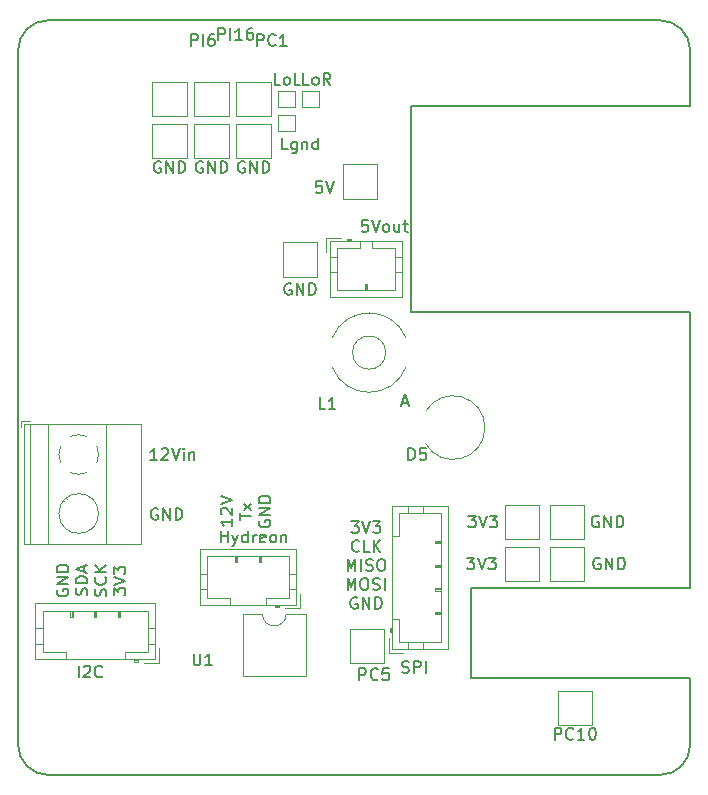
<source format=gbr>
G04 #@! TF.GenerationSoftware,KiCad,Pcbnew,6.0.5*
G04 #@! TF.CreationDate,2022-10-03T09:57:02+03:00*
G04 #@! TF.ProjectId,opi-hat,6f70692d-6861-4742-9e6b-696361645f70,rev?*
G04 #@! TF.SameCoordinates,Original*
G04 #@! TF.FileFunction,Legend,Top*
G04 #@! TF.FilePolarity,Positive*
%FSLAX46Y46*%
G04 Gerber Fmt 4.6, Leading zero omitted, Abs format (unit mm)*
G04 Created by KiCad (PCBNEW 6.0.5) date 2022-10-03 09:57:02*
%MOMM*%
%LPD*%
G01*
G04 APERTURE LIST*
%ADD10C,0.150000*%
%ADD11C,0.120000*%
G04 #@! TA.AperFunction,Profile*
%ADD12C,0.200000*%
G04 #@! TD*
G04 APERTURE END LIST*
D10*
X93599095Y-87638000D02*
X93503857Y-87590380D01*
X93361000Y-87590380D01*
X93218142Y-87638000D01*
X93122904Y-87733238D01*
X93075285Y-87828476D01*
X93027666Y-88018952D01*
X93027666Y-88161809D01*
X93075285Y-88352285D01*
X93122904Y-88447523D01*
X93218142Y-88542761D01*
X93361000Y-88590380D01*
X93456238Y-88590380D01*
X93599095Y-88542761D01*
X93646714Y-88495142D01*
X93646714Y-88161809D01*
X93456238Y-88161809D01*
X94075285Y-88590380D02*
X94075285Y-87590380D01*
X94646714Y-88590380D01*
X94646714Y-87590380D01*
X95122904Y-88590380D02*
X95122904Y-87590380D01*
X95361000Y-87590380D01*
X95503857Y-87638000D01*
X95599095Y-87733238D01*
X95646714Y-87828476D01*
X95694333Y-88018952D01*
X95694333Y-88161809D01*
X95646714Y-88352285D01*
X95599095Y-88447523D01*
X95503857Y-88542761D01*
X95361000Y-88590380D01*
X95122904Y-88590380D01*
X85096000Y-94487904D02*
X85048380Y-94583142D01*
X85048380Y-94726000D01*
X85096000Y-94868857D01*
X85191238Y-94964095D01*
X85286476Y-95011714D01*
X85476952Y-95059333D01*
X85619809Y-95059333D01*
X85810285Y-95011714D01*
X85905523Y-94964095D01*
X86000761Y-94868857D01*
X86048380Y-94726000D01*
X86048380Y-94630761D01*
X86000761Y-94487904D01*
X85953142Y-94440285D01*
X85619809Y-94440285D01*
X85619809Y-94630761D01*
X86048380Y-94011714D02*
X85048380Y-94011714D01*
X86048380Y-93440285D01*
X85048380Y-93440285D01*
X86048380Y-92964095D02*
X85048380Y-92964095D01*
X85048380Y-92726000D01*
X85096000Y-92583142D01*
X85191238Y-92487904D01*
X85286476Y-92440285D01*
X85476952Y-92392666D01*
X85619809Y-92392666D01*
X85810285Y-92440285D01*
X85905523Y-92487904D01*
X86000761Y-92583142D01*
X86048380Y-92726000D01*
X86048380Y-92964095D01*
X87610761Y-94940285D02*
X87658380Y-94797428D01*
X87658380Y-94559333D01*
X87610761Y-94464095D01*
X87563142Y-94416476D01*
X87467904Y-94368857D01*
X87372666Y-94368857D01*
X87277428Y-94416476D01*
X87229809Y-94464095D01*
X87182190Y-94559333D01*
X87134571Y-94749809D01*
X87086952Y-94845047D01*
X87039333Y-94892666D01*
X86944095Y-94940285D01*
X86848857Y-94940285D01*
X86753619Y-94892666D01*
X86706000Y-94845047D01*
X86658380Y-94749809D01*
X86658380Y-94511714D01*
X86706000Y-94368857D01*
X87658380Y-93940285D02*
X86658380Y-93940285D01*
X86658380Y-93702190D01*
X86706000Y-93559333D01*
X86801238Y-93464095D01*
X86896476Y-93416476D01*
X87086952Y-93368857D01*
X87229809Y-93368857D01*
X87420285Y-93416476D01*
X87515523Y-93464095D01*
X87610761Y-93559333D01*
X87658380Y-93702190D01*
X87658380Y-93940285D01*
X87372666Y-92987904D02*
X87372666Y-92511714D01*
X87658380Y-93083142D02*
X86658380Y-92749809D01*
X87658380Y-92416476D01*
X89220761Y-95011714D02*
X89268380Y-94868857D01*
X89268380Y-94630761D01*
X89220761Y-94535523D01*
X89173142Y-94487904D01*
X89077904Y-94440285D01*
X88982666Y-94440285D01*
X88887428Y-94487904D01*
X88839809Y-94535523D01*
X88792190Y-94630761D01*
X88744571Y-94821238D01*
X88696952Y-94916476D01*
X88649333Y-94964095D01*
X88554095Y-95011714D01*
X88458857Y-95011714D01*
X88363619Y-94964095D01*
X88316000Y-94916476D01*
X88268380Y-94821238D01*
X88268380Y-94583142D01*
X88316000Y-94440285D01*
X89173142Y-93440285D02*
X89220761Y-93487904D01*
X89268380Y-93630761D01*
X89268380Y-93726000D01*
X89220761Y-93868857D01*
X89125523Y-93964095D01*
X89030285Y-94011714D01*
X88839809Y-94059333D01*
X88696952Y-94059333D01*
X88506476Y-94011714D01*
X88411238Y-93964095D01*
X88316000Y-93868857D01*
X88268380Y-93726000D01*
X88268380Y-93630761D01*
X88316000Y-93487904D01*
X88363619Y-93440285D01*
X89268380Y-93011714D02*
X88268380Y-93011714D01*
X89268380Y-92440285D02*
X88696952Y-92868857D01*
X88268380Y-92440285D02*
X88839809Y-93011714D01*
X89878380Y-94964095D02*
X89878380Y-94345047D01*
X90259333Y-94678380D01*
X90259333Y-94535523D01*
X90306952Y-94440285D01*
X90354571Y-94392666D01*
X90449809Y-94345047D01*
X90687904Y-94345047D01*
X90783142Y-94392666D01*
X90830761Y-94440285D01*
X90878380Y-94535523D01*
X90878380Y-94821238D01*
X90830761Y-94916476D01*
X90783142Y-94964095D01*
X89878380Y-94059333D02*
X90878380Y-93726000D01*
X89878380Y-93392666D01*
X89878380Y-93154571D02*
X89878380Y-92535523D01*
X90259333Y-92868857D01*
X90259333Y-92726000D01*
X90306952Y-92630761D01*
X90354571Y-92583142D01*
X90449809Y-92535523D01*
X90687904Y-92535523D01*
X90783142Y-92583142D01*
X90830761Y-92630761D01*
X90878380Y-92726000D01*
X90878380Y-93011714D01*
X90830761Y-93106952D01*
X90783142Y-93154571D01*
X99934380Y-88503047D02*
X99934380Y-89074476D01*
X99934380Y-88788761D02*
X98934380Y-88788761D01*
X99077238Y-88884000D01*
X99172476Y-88979238D01*
X99220095Y-89074476D01*
X99029619Y-88122095D02*
X98982000Y-88074476D01*
X98934380Y-87979238D01*
X98934380Y-87741142D01*
X98982000Y-87645904D01*
X99029619Y-87598285D01*
X99124857Y-87550666D01*
X99220095Y-87550666D01*
X99362952Y-87598285D01*
X99934380Y-88169714D01*
X99934380Y-87550666D01*
X98934380Y-87264952D02*
X99934380Y-86931619D01*
X98934380Y-86598285D01*
X100544380Y-88574476D02*
X100544380Y-88003047D01*
X101544380Y-88288761D02*
X100544380Y-88288761D01*
X101544380Y-87764952D02*
X100877714Y-87241142D01*
X100877714Y-87764952D02*
X101544380Y-87241142D01*
X102202000Y-88645904D02*
X102154380Y-88741142D01*
X102154380Y-88884000D01*
X102202000Y-89026857D01*
X102297238Y-89122095D01*
X102392476Y-89169714D01*
X102582952Y-89217333D01*
X102725809Y-89217333D01*
X102916285Y-89169714D01*
X103011523Y-89122095D01*
X103106761Y-89026857D01*
X103154380Y-88884000D01*
X103154380Y-88788761D01*
X103106761Y-88645904D01*
X103059142Y-88598285D01*
X102725809Y-88598285D01*
X102725809Y-88788761D01*
X103154380Y-88169714D02*
X102154380Y-88169714D01*
X103154380Y-87598285D01*
X102154380Y-87598285D01*
X103154380Y-87122095D02*
X102154380Y-87122095D01*
X102154380Y-86884000D01*
X102202000Y-86741142D01*
X102297238Y-86645904D01*
X102392476Y-86598285D01*
X102582952Y-86550666D01*
X102725809Y-86550666D01*
X102916285Y-86598285D01*
X103011523Y-86645904D01*
X103106761Y-86741142D01*
X103154380Y-86884000D01*
X103154380Y-87122095D01*
X110013904Y-88688380D02*
X110632952Y-88688380D01*
X110299619Y-89069333D01*
X110442476Y-89069333D01*
X110537714Y-89116952D01*
X110585333Y-89164571D01*
X110632952Y-89259809D01*
X110632952Y-89497904D01*
X110585333Y-89593142D01*
X110537714Y-89640761D01*
X110442476Y-89688380D01*
X110156761Y-89688380D01*
X110061523Y-89640761D01*
X110013904Y-89593142D01*
X110918666Y-88688380D02*
X111252000Y-89688380D01*
X111585333Y-88688380D01*
X111823428Y-88688380D02*
X112442476Y-88688380D01*
X112109142Y-89069333D01*
X112252000Y-89069333D01*
X112347238Y-89116952D01*
X112394857Y-89164571D01*
X112442476Y-89259809D01*
X112442476Y-89497904D01*
X112394857Y-89593142D01*
X112347238Y-89640761D01*
X112252000Y-89688380D01*
X111966285Y-89688380D01*
X111871047Y-89640761D01*
X111823428Y-89593142D01*
X110656761Y-91203142D02*
X110609142Y-91250761D01*
X110466285Y-91298380D01*
X110371047Y-91298380D01*
X110228190Y-91250761D01*
X110132952Y-91155523D01*
X110085333Y-91060285D01*
X110037714Y-90869809D01*
X110037714Y-90726952D01*
X110085333Y-90536476D01*
X110132952Y-90441238D01*
X110228190Y-90346000D01*
X110371047Y-90298380D01*
X110466285Y-90298380D01*
X110609142Y-90346000D01*
X110656761Y-90393619D01*
X111561523Y-91298380D02*
X111085333Y-91298380D01*
X111085333Y-90298380D01*
X111894857Y-91298380D02*
X111894857Y-90298380D01*
X112466285Y-91298380D02*
X112037714Y-90726952D01*
X112466285Y-90298380D02*
X111894857Y-90869809D01*
X109680571Y-92908380D02*
X109680571Y-91908380D01*
X110013904Y-92622666D01*
X110347238Y-91908380D01*
X110347238Y-92908380D01*
X110823428Y-92908380D02*
X110823428Y-91908380D01*
X111252000Y-92860761D02*
X111394857Y-92908380D01*
X111632952Y-92908380D01*
X111728190Y-92860761D01*
X111775809Y-92813142D01*
X111823428Y-92717904D01*
X111823428Y-92622666D01*
X111775809Y-92527428D01*
X111728190Y-92479809D01*
X111632952Y-92432190D01*
X111442476Y-92384571D01*
X111347238Y-92336952D01*
X111299619Y-92289333D01*
X111252000Y-92194095D01*
X111252000Y-92098857D01*
X111299619Y-92003619D01*
X111347238Y-91956000D01*
X111442476Y-91908380D01*
X111680571Y-91908380D01*
X111823428Y-91956000D01*
X112442476Y-91908380D02*
X112632952Y-91908380D01*
X112728190Y-91956000D01*
X112823428Y-92051238D01*
X112871047Y-92241714D01*
X112871047Y-92575047D01*
X112823428Y-92765523D01*
X112728190Y-92860761D01*
X112632952Y-92908380D01*
X112442476Y-92908380D01*
X112347238Y-92860761D01*
X112252000Y-92765523D01*
X112204380Y-92575047D01*
X112204380Y-92241714D01*
X112252000Y-92051238D01*
X112347238Y-91956000D01*
X112442476Y-91908380D01*
X109680571Y-94518380D02*
X109680571Y-93518380D01*
X110013904Y-94232666D01*
X110347238Y-93518380D01*
X110347238Y-94518380D01*
X111013904Y-93518380D02*
X111204380Y-93518380D01*
X111299619Y-93566000D01*
X111394857Y-93661238D01*
X111442476Y-93851714D01*
X111442476Y-94185047D01*
X111394857Y-94375523D01*
X111299619Y-94470761D01*
X111204380Y-94518380D01*
X111013904Y-94518380D01*
X110918666Y-94470761D01*
X110823428Y-94375523D01*
X110775809Y-94185047D01*
X110775809Y-93851714D01*
X110823428Y-93661238D01*
X110918666Y-93566000D01*
X111013904Y-93518380D01*
X111823428Y-94470761D02*
X111966285Y-94518380D01*
X112204380Y-94518380D01*
X112299619Y-94470761D01*
X112347238Y-94423142D01*
X112394857Y-94327904D01*
X112394857Y-94232666D01*
X112347238Y-94137428D01*
X112299619Y-94089809D01*
X112204380Y-94042190D01*
X112013904Y-93994571D01*
X111918666Y-93946952D01*
X111871047Y-93899333D01*
X111823428Y-93804095D01*
X111823428Y-93708857D01*
X111871047Y-93613619D01*
X111918666Y-93566000D01*
X112013904Y-93518380D01*
X112252000Y-93518380D01*
X112394857Y-93566000D01*
X112823428Y-94518380D02*
X112823428Y-93518380D01*
X110490095Y-95176000D02*
X110394857Y-95128380D01*
X110252000Y-95128380D01*
X110109142Y-95176000D01*
X110013904Y-95271238D01*
X109966285Y-95366476D01*
X109918666Y-95556952D01*
X109918666Y-95699809D01*
X109966285Y-95890285D01*
X110013904Y-95985523D01*
X110109142Y-96080761D01*
X110252000Y-96128380D01*
X110347238Y-96128380D01*
X110490095Y-96080761D01*
X110537714Y-96033142D01*
X110537714Y-95699809D01*
X110347238Y-95699809D01*
X110966285Y-96128380D02*
X110966285Y-95128380D01*
X111537714Y-96128380D01*
X111537714Y-95128380D01*
X112013904Y-96128380D02*
X112013904Y-95128380D01*
X112252000Y-95128380D01*
X112394857Y-95176000D01*
X112490095Y-95271238D01*
X112537714Y-95366476D01*
X112585333Y-95556952D01*
X112585333Y-95699809D01*
X112537714Y-95890285D01*
X112490095Y-95985523D01*
X112394857Y-96080761D01*
X112252000Y-96128380D01*
X112013904Y-96128380D01*
X100965095Y-58265000D02*
X100869857Y-58217380D01*
X100727000Y-58217380D01*
X100584142Y-58265000D01*
X100488904Y-58360238D01*
X100441285Y-58455476D01*
X100393666Y-58645952D01*
X100393666Y-58788809D01*
X100441285Y-58979285D01*
X100488904Y-59074523D01*
X100584142Y-59169761D01*
X100727000Y-59217380D01*
X100822238Y-59217380D01*
X100965095Y-59169761D01*
X101012714Y-59122142D01*
X101012714Y-58788809D01*
X100822238Y-58788809D01*
X101441285Y-59217380D02*
X101441285Y-58217380D01*
X102012714Y-59217380D01*
X102012714Y-58217380D01*
X102488904Y-59217380D02*
X102488904Y-58217380D01*
X102727000Y-58217380D01*
X102869857Y-58265000D01*
X102965095Y-58360238D01*
X103012714Y-58455476D01*
X103060333Y-58645952D01*
X103060333Y-58788809D01*
X103012714Y-58979285D01*
X102965095Y-59074523D01*
X102869857Y-59169761D01*
X102727000Y-59217380D01*
X102488904Y-59217380D01*
X119919904Y-88225380D02*
X120538952Y-88225380D01*
X120205619Y-88606333D01*
X120348476Y-88606333D01*
X120443714Y-88653952D01*
X120491333Y-88701571D01*
X120538952Y-88796809D01*
X120538952Y-89034904D01*
X120491333Y-89130142D01*
X120443714Y-89177761D01*
X120348476Y-89225380D01*
X120062761Y-89225380D01*
X119967523Y-89177761D01*
X119919904Y-89130142D01*
X120824666Y-88225380D02*
X121158000Y-89225380D01*
X121491333Y-88225380D01*
X121729428Y-88225380D02*
X122348476Y-88225380D01*
X122015142Y-88606333D01*
X122158000Y-88606333D01*
X122253238Y-88653952D01*
X122300857Y-88701571D01*
X122348476Y-88796809D01*
X122348476Y-89034904D01*
X122300857Y-89130142D01*
X122253238Y-89177761D01*
X122158000Y-89225380D01*
X121872285Y-89225380D01*
X121777047Y-89177761D01*
X121729428Y-89130142D01*
X97409095Y-58265000D02*
X97313857Y-58217380D01*
X97171000Y-58217380D01*
X97028142Y-58265000D01*
X96932904Y-58360238D01*
X96885285Y-58455476D01*
X96837666Y-58645952D01*
X96837666Y-58788809D01*
X96885285Y-58979285D01*
X96932904Y-59074523D01*
X97028142Y-59169761D01*
X97171000Y-59217380D01*
X97266238Y-59217380D01*
X97409095Y-59169761D01*
X97456714Y-59122142D01*
X97456714Y-58788809D01*
X97266238Y-58788809D01*
X97885285Y-59217380D02*
X97885285Y-58217380D01*
X98456714Y-59217380D01*
X98456714Y-58217380D01*
X98932904Y-59217380D02*
X98932904Y-58217380D01*
X99171000Y-58217380D01*
X99313857Y-58265000D01*
X99409095Y-58360238D01*
X99456714Y-58455476D01*
X99504333Y-58645952D01*
X99504333Y-58788809D01*
X99456714Y-58979285D01*
X99409095Y-59074523D01*
X99313857Y-59169761D01*
X99171000Y-59217380D01*
X98932904Y-59217380D01*
X93853095Y-58265000D02*
X93757857Y-58217380D01*
X93615000Y-58217380D01*
X93472142Y-58265000D01*
X93376904Y-58360238D01*
X93329285Y-58455476D01*
X93281666Y-58645952D01*
X93281666Y-58788809D01*
X93329285Y-58979285D01*
X93376904Y-59074523D01*
X93472142Y-59169761D01*
X93615000Y-59217380D01*
X93710238Y-59217380D01*
X93853095Y-59169761D01*
X93900714Y-59122142D01*
X93900714Y-58788809D01*
X93710238Y-58788809D01*
X94329285Y-59217380D02*
X94329285Y-58217380D01*
X94900714Y-59217380D01*
X94900714Y-58217380D01*
X95376904Y-59217380D02*
X95376904Y-58217380D01*
X95615000Y-58217380D01*
X95757857Y-58265000D01*
X95853095Y-58360238D01*
X95900714Y-58455476D01*
X95948333Y-58645952D01*
X95948333Y-58788809D01*
X95900714Y-58979285D01*
X95853095Y-59074523D01*
X95757857Y-59169761D01*
X95615000Y-59217380D01*
X95376904Y-59217380D01*
X130937095Y-88273000D02*
X130841857Y-88225380D01*
X130699000Y-88225380D01*
X130556142Y-88273000D01*
X130460904Y-88368238D01*
X130413285Y-88463476D01*
X130365666Y-88653952D01*
X130365666Y-88796809D01*
X130413285Y-88987285D01*
X130460904Y-89082523D01*
X130556142Y-89177761D01*
X130699000Y-89225380D01*
X130794238Y-89225380D01*
X130937095Y-89177761D01*
X130984714Y-89130142D01*
X130984714Y-88796809D01*
X130794238Y-88796809D01*
X131413285Y-89225380D02*
X131413285Y-88225380D01*
X131984714Y-89225380D01*
X131984714Y-88225380D01*
X132460904Y-89225380D02*
X132460904Y-88225380D01*
X132699000Y-88225380D01*
X132841857Y-88273000D01*
X132937095Y-88368238D01*
X132984714Y-88463476D01*
X133032333Y-88653952D01*
X133032333Y-88796809D01*
X132984714Y-88987285D01*
X132937095Y-89082523D01*
X132841857Y-89177761D01*
X132699000Y-89225380D01*
X132460904Y-89225380D01*
X104616380Y-57221380D02*
X104140190Y-57221380D01*
X104140190Y-56221380D01*
X105378285Y-56554714D02*
X105378285Y-57364238D01*
X105330666Y-57459476D01*
X105283047Y-57507095D01*
X105187809Y-57554714D01*
X105044952Y-57554714D01*
X104949714Y-57507095D01*
X105378285Y-57173761D02*
X105283047Y-57221380D01*
X105092571Y-57221380D01*
X104997333Y-57173761D01*
X104949714Y-57126142D01*
X104902095Y-57030904D01*
X104902095Y-56745190D01*
X104949714Y-56649952D01*
X104997333Y-56602333D01*
X105092571Y-56554714D01*
X105283047Y-56554714D01*
X105378285Y-56602333D01*
X105854476Y-56554714D02*
X105854476Y-57221380D01*
X105854476Y-56649952D02*
X105902095Y-56602333D01*
X105997333Y-56554714D01*
X106140190Y-56554714D01*
X106235428Y-56602333D01*
X106283047Y-56697571D01*
X106283047Y-57221380D01*
X107187809Y-57221380D02*
X107187809Y-56221380D01*
X107187809Y-57173761D02*
X107092571Y-57221380D01*
X106902095Y-57221380D01*
X106806857Y-57173761D01*
X106759238Y-57126142D01*
X106711619Y-57030904D01*
X106711619Y-56745190D01*
X106759238Y-56649952D01*
X106806857Y-56602333D01*
X106902095Y-56554714D01*
X107092571Y-56554714D01*
X107187809Y-56602333D01*
X106418142Y-51760380D02*
X105941952Y-51760380D01*
X105941952Y-50760380D01*
X106894333Y-51760380D02*
X106799095Y-51712761D01*
X106751476Y-51665142D01*
X106703857Y-51569904D01*
X106703857Y-51284190D01*
X106751476Y-51188952D01*
X106799095Y-51141333D01*
X106894333Y-51093714D01*
X107037190Y-51093714D01*
X107132428Y-51141333D01*
X107180047Y-51188952D01*
X107227666Y-51284190D01*
X107227666Y-51569904D01*
X107180047Y-51665142D01*
X107132428Y-51712761D01*
X107037190Y-51760380D01*
X106894333Y-51760380D01*
X108227666Y-51760380D02*
X107894333Y-51284190D01*
X107656238Y-51760380D02*
X107656238Y-50760380D01*
X108037190Y-50760380D01*
X108132428Y-50808000D01*
X108180047Y-50855619D01*
X108227666Y-50950857D01*
X108227666Y-51093714D01*
X108180047Y-51188952D01*
X108132428Y-51236571D01*
X108037190Y-51284190D01*
X107656238Y-51284190D01*
X103973380Y-51760380D02*
X103497190Y-51760380D01*
X103497190Y-50760380D01*
X104449571Y-51760380D02*
X104354333Y-51712761D01*
X104306714Y-51665142D01*
X104259095Y-51569904D01*
X104259095Y-51284190D01*
X104306714Y-51188952D01*
X104354333Y-51141333D01*
X104449571Y-51093714D01*
X104592428Y-51093714D01*
X104687666Y-51141333D01*
X104735285Y-51188952D01*
X104782904Y-51284190D01*
X104782904Y-51569904D01*
X104735285Y-51665142D01*
X104687666Y-51712761D01*
X104592428Y-51760380D01*
X104449571Y-51760380D01*
X105687666Y-51760380D02*
X105211476Y-51760380D01*
X105211476Y-50760380D01*
X98750619Y-47950380D02*
X98750619Y-46950380D01*
X99131571Y-46950380D01*
X99226809Y-46998000D01*
X99274428Y-47045619D01*
X99322047Y-47140857D01*
X99322047Y-47283714D01*
X99274428Y-47378952D01*
X99226809Y-47426571D01*
X99131571Y-47474190D01*
X98750619Y-47474190D01*
X99750619Y-47950380D02*
X99750619Y-46950380D01*
X100750619Y-47950380D02*
X100179190Y-47950380D01*
X100464904Y-47950380D02*
X100464904Y-46950380D01*
X100369666Y-47093238D01*
X100274428Y-47188476D01*
X100179190Y-47236095D01*
X101607761Y-46950380D02*
X101417285Y-46950380D01*
X101322047Y-46998000D01*
X101274428Y-47045619D01*
X101179190Y-47188476D01*
X101131571Y-47378952D01*
X101131571Y-47759904D01*
X101179190Y-47855142D01*
X101226809Y-47902761D01*
X101322047Y-47950380D01*
X101512523Y-47950380D01*
X101607761Y-47902761D01*
X101655380Y-47855142D01*
X101703000Y-47759904D01*
X101703000Y-47521809D01*
X101655380Y-47426571D01*
X101607761Y-47378952D01*
X101512523Y-47331333D01*
X101322047Y-47331333D01*
X101226809Y-47378952D01*
X101179190Y-47426571D01*
X101131571Y-47521809D01*
X96432809Y-48458380D02*
X96432809Y-47458380D01*
X96813761Y-47458380D01*
X96909000Y-47506000D01*
X96956619Y-47553619D01*
X97004238Y-47648857D01*
X97004238Y-47791714D01*
X96956619Y-47886952D01*
X96909000Y-47934571D01*
X96813761Y-47982190D01*
X96432809Y-47982190D01*
X97432809Y-48458380D02*
X97432809Y-47458380D01*
X98337571Y-47458380D02*
X98147095Y-47458380D01*
X98051857Y-47506000D01*
X98004238Y-47553619D01*
X97909000Y-47696476D01*
X97861380Y-47886952D01*
X97861380Y-48267904D01*
X97909000Y-48363142D01*
X97956619Y-48410761D01*
X98051857Y-48458380D01*
X98242333Y-48458380D01*
X98337571Y-48410761D01*
X98385190Y-48363142D01*
X98432809Y-48267904D01*
X98432809Y-48029809D01*
X98385190Y-47934571D01*
X98337571Y-47886952D01*
X98242333Y-47839333D01*
X98051857Y-47839333D01*
X97956619Y-47886952D01*
X97909000Y-47934571D01*
X97861380Y-48029809D01*
X102012904Y-48458380D02*
X102012904Y-47458380D01*
X102393857Y-47458380D01*
X102489095Y-47506000D01*
X102536714Y-47553619D01*
X102584333Y-47648857D01*
X102584333Y-47791714D01*
X102536714Y-47886952D01*
X102489095Y-47934571D01*
X102393857Y-47982190D01*
X102012904Y-47982190D01*
X103584333Y-48363142D02*
X103536714Y-48410761D01*
X103393857Y-48458380D01*
X103298619Y-48458380D01*
X103155761Y-48410761D01*
X103060523Y-48315523D01*
X103012904Y-48220285D01*
X102965285Y-48029809D01*
X102965285Y-47886952D01*
X103012904Y-47696476D01*
X103060523Y-47601238D01*
X103155761Y-47506000D01*
X103298619Y-47458380D01*
X103393857Y-47458380D01*
X103536714Y-47506000D01*
X103584333Y-47553619D01*
X104536714Y-48458380D02*
X103965285Y-48458380D01*
X104251000Y-48458380D02*
X104251000Y-47458380D01*
X104155761Y-47601238D01*
X104060523Y-47696476D01*
X103965285Y-47744095D01*
X127216114Y-107197980D02*
X127216114Y-106197980D01*
X127597066Y-106197980D01*
X127692304Y-106245600D01*
X127739923Y-106293219D01*
X127787542Y-106388457D01*
X127787542Y-106531314D01*
X127739923Y-106626552D01*
X127692304Y-106674171D01*
X127597066Y-106721790D01*
X127216114Y-106721790D01*
X128787542Y-107102742D02*
X128739923Y-107150361D01*
X128597066Y-107197980D01*
X128501828Y-107197980D01*
X128358971Y-107150361D01*
X128263733Y-107055123D01*
X128216114Y-106959885D01*
X128168495Y-106769409D01*
X128168495Y-106626552D01*
X128216114Y-106436076D01*
X128263733Y-106340838D01*
X128358971Y-106245600D01*
X128501828Y-106197980D01*
X128597066Y-106197980D01*
X128739923Y-106245600D01*
X128787542Y-106293219D01*
X129739923Y-107197980D02*
X129168495Y-107197980D01*
X129454209Y-107197980D02*
X129454209Y-106197980D01*
X129358971Y-106340838D01*
X129263733Y-106436076D01*
X129168495Y-106483695D01*
X130358971Y-106197980D02*
X130454209Y-106197980D01*
X130549447Y-106245600D01*
X130597066Y-106293219D01*
X130644685Y-106388457D01*
X130692304Y-106578933D01*
X130692304Y-106817028D01*
X130644685Y-107007504D01*
X130597066Y-107102742D01*
X130549447Y-107150361D01*
X130454209Y-107197980D01*
X130358971Y-107197980D01*
X130263733Y-107150361D01*
X130216114Y-107102742D01*
X130168495Y-107007504D01*
X130120876Y-106817028D01*
X130120876Y-106578933D01*
X130168495Y-106388457D01*
X130216114Y-106293219D01*
X130263733Y-106245600D01*
X130358971Y-106197980D01*
X119792904Y-91781380D02*
X120411952Y-91781380D01*
X120078619Y-92162333D01*
X120221476Y-92162333D01*
X120316714Y-92209952D01*
X120364333Y-92257571D01*
X120411952Y-92352809D01*
X120411952Y-92590904D01*
X120364333Y-92686142D01*
X120316714Y-92733761D01*
X120221476Y-92781380D01*
X119935761Y-92781380D01*
X119840523Y-92733761D01*
X119792904Y-92686142D01*
X120697666Y-91781380D02*
X121031000Y-92781380D01*
X121364333Y-91781380D01*
X121602428Y-91781380D02*
X122221476Y-91781380D01*
X121888142Y-92162333D01*
X122031000Y-92162333D01*
X122126238Y-92209952D01*
X122173857Y-92257571D01*
X122221476Y-92352809D01*
X122221476Y-92590904D01*
X122173857Y-92686142D01*
X122126238Y-92733761D01*
X122031000Y-92781380D01*
X121745285Y-92781380D01*
X121650047Y-92733761D01*
X121602428Y-92686142D01*
X107505523Y-59904380D02*
X107029333Y-59904380D01*
X106981714Y-60380571D01*
X107029333Y-60332952D01*
X107124571Y-60285333D01*
X107362666Y-60285333D01*
X107457904Y-60332952D01*
X107505523Y-60380571D01*
X107553142Y-60475809D01*
X107553142Y-60713904D01*
X107505523Y-60809142D01*
X107457904Y-60856761D01*
X107362666Y-60904380D01*
X107124571Y-60904380D01*
X107029333Y-60856761D01*
X106981714Y-60809142D01*
X107838857Y-59904380D02*
X108172190Y-60904380D01*
X108505523Y-59904380D01*
X131064095Y-91829000D02*
X130968857Y-91781380D01*
X130826000Y-91781380D01*
X130683142Y-91829000D01*
X130587904Y-91924238D01*
X130540285Y-92019476D01*
X130492666Y-92209952D01*
X130492666Y-92352809D01*
X130540285Y-92543285D01*
X130587904Y-92638523D01*
X130683142Y-92733761D01*
X130826000Y-92781380D01*
X130921238Y-92781380D01*
X131064095Y-92733761D01*
X131111714Y-92686142D01*
X131111714Y-92352809D01*
X130921238Y-92352809D01*
X131540285Y-92781380D02*
X131540285Y-91781380D01*
X132111714Y-92781380D01*
X132111714Y-91781380D01*
X132587904Y-92781380D02*
X132587904Y-91781380D01*
X132826000Y-91781380D01*
X132968857Y-91829000D01*
X133064095Y-91924238D01*
X133111714Y-92019476D01*
X133159333Y-92209952D01*
X133159333Y-92352809D01*
X133111714Y-92543285D01*
X133064095Y-92638523D01*
X132968857Y-92733761D01*
X132826000Y-92781380D01*
X132587904Y-92781380D01*
X104902095Y-68588000D02*
X104806857Y-68540380D01*
X104664000Y-68540380D01*
X104521142Y-68588000D01*
X104425904Y-68683238D01*
X104378285Y-68778476D01*
X104330666Y-68968952D01*
X104330666Y-69111809D01*
X104378285Y-69302285D01*
X104425904Y-69397523D01*
X104521142Y-69492761D01*
X104664000Y-69540380D01*
X104759238Y-69540380D01*
X104902095Y-69492761D01*
X104949714Y-69445142D01*
X104949714Y-69111809D01*
X104759238Y-69111809D01*
X105378285Y-69540380D02*
X105378285Y-68540380D01*
X105949714Y-69540380D01*
X105949714Y-68540380D01*
X106425904Y-69540380D02*
X106425904Y-68540380D01*
X106664000Y-68540380D01*
X106806857Y-68588000D01*
X106902095Y-68683238D01*
X106949714Y-68778476D01*
X106997333Y-68968952D01*
X106997333Y-69111809D01*
X106949714Y-69302285D01*
X106902095Y-69397523D01*
X106806857Y-69492761D01*
X106664000Y-69540380D01*
X106425904Y-69540380D01*
X107783333Y-79192380D02*
X107307142Y-79192380D01*
X107307142Y-78192380D01*
X108640476Y-79192380D02*
X108069047Y-79192380D01*
X108354761Y-79192380D02*
X108354761Y-78192380D01*
X108259523Y-78335238D01*
X108164285Y-78430476D01*
X108069047Y-78478095D01*
X111395047Y-63206380D02*
X110918857Y-63206380D01*
X110871238Y-63682571D01*
X110918857Y-63634952D01*
X111014095Y-63587333D01*
X111252190Y-63587333D01*
X111347428Y-63634952D01*
X111395047Y-63682571D01*
X111442666Y-63777809D01*
X111442666Y-64015904D01*
X111395047Y-64111142D01*
X111347428Y-64158761D01*
X111252190Y-64206380D01*
X111014095Y-64206380D01*
X110918857Y-64158761D01*
X110871238Y-64111142D01*
X111728380Y-63206380D02*
X112061714Y-64206380D01*
X112395047Y-63206380D01*
X112871238Y-64206380D02*
X112776000Y-64158761D01*
X112728380Y-64111142D01*
X112680761Y-64015904D01*
X112680761Y-63730190D01*
X112728380Y-63634952D01*
X112776000Y-63587333D01*
X112871238Y-63539714D01*
X113014095Y-63539714D01*
X113109333Y-63587333D01*
X113156952Y-63634952D01*
X113204571Y-63730190D01*
X113204571Y-64015904D01*
X113156952Y-64111142D01*
X113109333Y-64158761D01*
X113014095Y-64206380D01*
X112871238Y-64206380D01*
X114061714Y-63539714D02*
X114061714Y-64206380D01*
X113633142Y-63539714D02*
X113633142Y-64063523D01*
X113680761Y-64158761D01*
X113776000Y-64206380D01*
X113918857Y-64206380D01*
X114014095Y-64158761D01*
X114061714Y-64111142D01*
X114395047Y-63539714D02*
X114776000Y-63539714D01*
X114537904Y-63206380D02*
X114537904Y-64063523D01*
X114585523Y-64158761D01*
X114680761Y-64206380D01*
X114776000Y-64206380D01*
X114831904Y-83510380D02*
X114831904Y-82510380D01*
X115070000Y-82510380D01*
X115212857Y-82558000D01*
X115308095Y-82653238D01*
X115355714Y-82748476D01*
X115403333Y-82938952D01*
X115403333Y-83081809D01*
X115355714Y-83272285D01*
X115308095Y-83367523D01*
X115212857Y-83462761D01*
X115070000Y-83510380D01*
X114831904Y-83510380D01*
X116308095Y-82510380D02*
X115831904Y-82510380D01*
X115784285Y-82986571D01*
X115831904Y-82938952D01*
X115927142Y-82891333D01*
X116165238Y-82891333D01*
X116260476Y-82938952D01*
X116308095Y-82986571D01*
X116355714Y-83081809D01*
X116355714Y-83319904D01*
X116308095Y-83415142D01*
X116260476Y-83462761D01*
X116165238Y-83510380D01*
X115927142Y-83510380D01*
X115831904Y-83462761D01*
X115784285Y-83415142D01*
X114315904Y-78652666D02*
X114792095Y-78652666D01*
X114220666Y-78938380D02*
X114554000Y-77938380D01*
X114887333Y-78938380D01*
X114292190Y-101496761D02*
X114435047Y-101544380D01*
X114673142Y-101544380D01*
X114768380Y-101496761D01*
X114816000Y-101449142D01*
X114863619Y-101353904D01*
X114863619Y-101258666D01*
X114816000Y-101163428D01*
X114768380Y-101115809D01*
X114673142Y-101068190D01*
X114482666Y-101020571D01*
X114387428Y-100972952D01*
X114339809Y-100925333D01*
X114292190Y-100830095D01*
X114292190Y-100734857D01*
X114339809Y-100639619D01*
X114387428Y-100592000D01*
X114482666Y-100544380D01*
X114720761Y-100544380D01*
X114863619Y-100592000D01*
X115292190Y-101544380D02*
X115292190Y-100544380D01*
X115673142Y-100544380D01*
X115768380Y-100592000D01*
X115816000Y-100639619D01*
X115863619Y-100734857D01*
X115863619Y-100877714D01*
X115816000Y-100972952D01*
X115768380Y-101020571D01*
X115673142Y-101068190D01*
X115292190Y-101068190D01*
X116292190Y-101544380D02*
X116292190Y-100544380D01*
X93559476Y-83510380D02*
X92988047Y-83510380D01*
X93273761Y-83510380D02*
X93273761Y-82510380D01*
X93178523Y-82653238D01*
X93083285Y-82748476D01*
X92988047Y-82796095D01*
X93940428Y-82605619D02*
X93988047Y-82558000D01*
X94083285Y-82510380D01*
X94321380Y-82510380D01*
X94416619Y-82558000D01*
X94464238Y-82605619D01*
X94511857Y-82700857D01*
X94511857Y-82796095D01*
X94464238Y-82938952D01*
X93892809Y-83510380D01*
X94511857Y-83510380D01*
X94797571Y-82510380D02*
X95130904Y-83510380D01*
X95464238Y-82510380D01*
X95797571Y-83510380D02*
X95797571Y-82843714D01*
X95797571Y-82510380D02*
X95749952Y-82558000D01*
X95797571Y-82605619D01*
X95845190Y-82558000D01*
X95797571Y-82510380D01*
X95797571Y-82605619D01*
X96273761Y-82843714D02*
X96273761Y-83510380D01*
X96273761Y-82938952D02*
X96321380Y-82891333D01*
X96416619Y-82843714D01*
X96559476Y-82843714D01*
X96654714Y-82891333D01*
X96702333Y-82986571D01*
X96702333Y-83510380D01*
X96647095Y-99909380D02*
X96647095Y-100718904D01*
X96694714Y-100814142D01*
X96742333Y-100861761D01*
X96837571Y-100909380D01*
X97028047Y-100909380D01*
X97123285Y-100861761D01*
X97170904Y-100814142D01*
X97218523Y-100718904D01*
X97218523Y-99909380D01*
X98218523Y-100909380D02*
X97647095Y-100909380D01*
X97932809Y-100909380D02*
X97932809Y-99909380D01*
X97837571Y-100052238D01*
X97742333Y-100147476D01*
X97647095Y-100195095D01*
X110674304Y-102153980D02*
X110674304Y-101153980D01*
X111055257Y-101153980D01*
X111150495Y-101201600D01*
X111198114Y-101249219D01*
X111245733Y-101344457D01*
X111245733Y-101487314D01*
X111198114Y-101582552D01*
X111150495Y-101630171D01*
X111055257Y-101677790D01*
X110674304Y-101677790D01*
X112245733Y-102058742D02*
X112198114Y-102106361D01*
X112055257Y-102153980D01*
X111960019Y-102153980D01*
X111817161Y-102106361D01*
X111721923Y-102011123D01*
X111674304Y-101915885D01*
X111626685Y-101725409D01*
X111626685Y-101582552D01*
X111674304Y-101392076D01*
X111721923Y-101296838D01*
X111817161Y-101201600D01*
X111960019Y-101153980D01*
X112055257Y-101153980D01*
X112198114Y-101201600D01*
X112245733Y-101249219D01*
X113150495Y-101153980D02*
X112674304Y-101153980D01*
X112626685Y-101630171D01*
X112674304Y-101582552D01*
X112769542Y-101534933D01*
X113007638Y-101534933D01*
X113102876Y-101582552D01*
X113150495Y-101630171D01*
X113198114Y-101725409D01*
X113198114Y-101963504D01*
X113150495Y-102058742D01*
X113102876Y-102106361D01*
X113007638Y-102153980D01*
X112769542Y-102153980D01*
X112674304Y-102106361D01*
X112626685Y-102058742D01*
X98975095Y-90490380D02*
X98975095Y-89490380D01*
X98975095Y-89966571D02*
X99546523Y-89966571D01*
X99546523Y-90490380D02*
X99546523Y-89490380D01*
X99927476Y-89823714D02*
X100165571Y-90490380D01*
X100403666Y-89823714D02*
X100165571Y-90490380D01*
X100070333Y-90728476D01*
X100022714Y-90776095D01*
X99927476Y-90823714D01*
X101213190Y-90490380D02*
X101213190Y-89490380D01*
X101213190Y-90442761D02*
X101117952Y-90490380D01*
X100927476Y-90490380D01*
X100832238Y-90442761D01*
X100784619Y-90395142D01*
X100737000Y-90299904D01*
X100737000Y-90014190D01*
X100784619Y-89918952D01*
X100832238Y-89871333D01*
X100927476Y-89823714D01*
X101117952Y-89823714D01*
X101213190Y-89871333D01*
X101689380Y-90490380D02*
X101689380Y-89823714D01*
X101689380Y-90014190D02*
X101737000Y-89918952D01*
X101784619Y-89871333D01*
X101879857Y-89823714D01*
X101975095Y-89823714D01*
X102689380Y-90442761D02*
X102594142Y-90490380D01*
X102403666Y-90490380D01*
X102308428Y-90442761D01*
X102260809Y-90347523D01*
X102260809Y-89966571D01*
X102308428Y-89871333D01*
X102403666Y-89823714D01*
X102594142Y-89823714D01*
X102689380Y-89871333D01*
X102737000Y-89966571D01*
X102737000Y-90061809D01*
X102260809Y-90157047D01*
X103308428Y-90490380D02*
X103213190Y-90442761D01*
X103165571Y-90395142D01*
X103117952Y-90299904D01*
X103117952Y-90014190D01*
X103165571Y-89918952D01*
X103213190Y-89871333D01*
X103308428Y-89823714D01*
X103451285Y-89823714D01*
X103546523Y-89871333D01*
X103594142Y-89918952D01*
X103641761Y-90014190D01*
X103641761Y-90299904D01*
X103594142Y-90395142D01*
X103546523Y-90442761D01*
X103451285Y-90490380D01*
X103308428Y-90490380D01*
X104070333Y-89823714D02*
X104070333Y-90490380D01*
X104070333Y-89918952D02*
X104117952Y-89871333D01*
X104213190Y-89823714D01*
X104356047Y-89823714D01*
X104451285Y-89871333D01*
X104498904Y-89966571D01*
X104498904Y-90490380D01*
X86907809Y-101925380D02*
X86907809Y-100925380D01*
X87336380Y-101020619D02*
X87384000Y-100973000D01*
X87479238Y-100925380D01*
X87717333Y-100925380D01*
X87812571Y-100973000D01*
X87860190Y-101020619D01*
X87907809Y-101115857D01*
X87907809Y-101211095D01*
X87860190Y-101353952D01*
X87288761Y-101925380D01*
X87907809Y-101925380D01*
X88907809Y-101830142D02*
X88860190Y-101877761D01*
X88717333Y-101925380D01*
X88622095Y-101925380D01*
X88479238Y-101877761D01*
X88384000Y-101782523D01*
X88336380Y-101687285D01*
X88288761Y-101496809D01*
X88288761Y-101353952D01*
X88336380Y-101163476D01*
X88384000Y-101068238D01*
X88479238Y-100973000D01*
X88622095Y-100925380D01*
X88717333Y-100925380D01*
X88860190Y-100973000D01*
X88907809Y-101020619D01*
D11*
X100277000Y-55065000D02*
X103177000Y-55065000D01*
X103177000Y-57965000D02*
X100277000Y-57965000D01*
X100277000Y-57965000D02*
X100277000Y-55065000D01*
X103177000Y-55065000D02*
X103177000Y-57965000D01*
X123010000Y-87323000D02*
X125910000Y-87323000D01*
X125910000Y-90223000D02*
X123010000Y-90223000D01*
X123010000Y-90223000D02*
X123010000Y-87323000D01*
X125910000Y-87323000D02*
X125910000Y-90223000D01*
X96721000Y-55065000D02*
X99621000Y-55065000D01*
X99621000Y-57965000D02*
X96721000Y-57965000D01*
X96721000Y-57965000D02*
X96721000Y-55065000D01*
X99621000Y-55065000D02*
X99621000Y-57965000D01*
X93165000Y-55065000D02*
X96065000Y-55065000D01*
X96065000Y-57965000D02*
X93165000Y-57965000D01*
X93165000Y-57965000D02*
X93165000Y-55065000D01*
X96065000Y-55065000D02*
X96065000Y-57965000D01*
X126820000Y-87323000D02*
X129720000Y-87323000D01*
X129720000Y-90223000D02*
X126820000Y-90223000D01*
X126820000Y-90223000D02*
X126820000Y-87323000D01*
X129720000Y-87323000D02*
X129720000Y-90223000D01*
X105221000Y-55691000D02*
X103821000Y-55691000D01*
X105221000Y-54291000D02*
X105221000Y-55691000D01*
X103821000Y-55691000D02*
X103821000Y-54291000D01*
X103821000Y-54291000D02*
X105221000Y-54291000D01*
X107253000Y-53659000D02*
X105853000Y-53659000D01*
X107253000Y-52259000D02*
X107253000Y-53659000D01*
X105853000Y-53659000D02*
X105853000Y-52259000D01*
X105853000Y-52259000D02*
X107253000Y-52259000D01*
X105221000Y-53659000D02*
X103821000Y-53659000D01*
X105221000Y-52259000D02*
X105221000Y-53659000D01*
X103821000Y-53659000D02*
X103821000Y-52259000D01*
X103821000Y-52259000D02*
X105221000Y-52259000D01*
X96721000Y-51509000D02*
X99621000Y-51509000D01*
X99621000Y-54409000D02*
X96721000Y-54409000D01*
X96721000Y-54409000D02*
X96721000Y-51509000D01*
X99621000Y-51509000D02*
X99621000Y-54409000D01*
X93165000Y-51509000D02*
X96065000Y-51509000D01*
X96065000Y-54409000D02*
X93165000Y-54409000D01*
X93165000Y-54409000D02*
X93165000Y-51509000D01*
X96065000Y-51509000D02*
X96065000Y-54409000D01*
X100277000Y-51509000D02*
X103177000Y-51509000D01*
X103177000Y-54409000D02*
X100277000Y-54409000D01*
X100277000Y-54409000D02*
X100277000Y-51509000D01*
X103177000Y-51509000D02*
X103177000Y-54409000D01*
X127480400Y-103045600D02*
X130380400Y-103045600D01*
X130380400Y-105945600D02*
X127480400Y-105945600D01*
X127480400Y-105945600D02*
X127480400Y-103045600D01*
X130380400Y-103045600D02*
X130380400Y-105945600D01*
X123010000Y-90879000D02*
X125910000Y-90879000D01*
X125910000Y-93779000D02*
X123010000Y-93779000D01*
X123010000Y-93779000D02*
X123010000Y-90879000D01*
X125910000Y-90879000D02*
X125910000Y-93779000D01*
X109294000Y-58494000D02*
X112194000Y-58494000D01*
X112194000Y-61394000D02*
X109294000Y-61394000D01*
X109294000Y-61394000D02*
X109294000Y-58494000D01*
X112194000Y-58494000D02*
X112194000Y-61394000D01*
X126820000Y-90879000D02*
X129720000Y-90879000D01*
X129720000Y-93779000D02*
X126820000Y-93779000D01*
X126820000Y-93779000D02*
X126820000Y-90879000D01*
X129720000Y-90879000D02*
X129720000Y-93779000D01*
X104214000Y-65098000D02*
X107114000Y-65098000D01*
X107114000Y-67998000D02*
X104214000Y-67998000D01*
X104214000Y-67998000D02*
X104214000Y-65098000D01*
X107114000Y-65098000D02*
X107114000Y-67998000D01*
X114619185Y-73162000D02*
G75*
G03*
X108392815Y-73162000I-3113185J-1260000D01*
G01*
X108392815Y-75682000D02*
G75*
G03*
X114619185Y-75682000I3113185J1260000D01*
G01*
X112910000Y-74422000D02*
G75*
G03*
X112910000Y-74422000I-1404000J0D01*
G01*
D12*
X81784059Y-107635933D02*
G75*
G03*
X84324059Y-110175933I2540001J1D01*
G01*
X136147941Y-110175927D02*
G75*
G03*
X138687941Y-107635933I2J2539998D01*
G01*
X138687955Y-48828067D02*
G75*
G03*
X136147941Y-46288067I-2539992J8D01*
G01*
X84324059Y-46288067D02*
G75*
G03*
X81784059Y-48828067I1J-2540001D01*
G01*
X120095391Y-94355031D02*
X138687941Y-94355031D01*
X138687941Y-107635933D02*
X138687941Y-101975031D01*
X84324059Y-110175933D02*
X136147941Y-110175933D01*
X138687941Y-53509289D02*
X138687941Y-48828067D01*
X120095391Y-101975031D02*
X120095391Y-94355031D01*
X138687941Y-53509289D02*
X115068983Y-53509289D01*
X138687941Y-94355031D02*
X138687941Y-71003289D01*
X115068983Y-53509289D02*
X115068983Y-71003289D01*
X136147941Y-46288067D02*
X84324059Y-46288067D01*
X81784059Y-48828067D02*
X81784059Y-107635933D01*
X138687941Y-101975031D02*
X120095391Y-101975031D01*
X115068983Y-71003289D02*
X138687941Y-71003289D01*
D11*
X110736000Y-65602000D02*
X108786000Y-65602000D01*
X108176000Y-66302000D02*
X108786000Y-66302000D01*
X114296000Y-66302000D02*
X113686000Y-66302000D01*
X111736000Y-65602000D02*
X111736000Y-64992000D01*
X108176000Y-69712000D02*
X114296000Y-69712000D01*
X111336000Y-68602000D02*
X111336000Y-69102000D01*
X113686000Y-69102000D02*
X113686000Y-65602000D01*
X110736000Y-64992000D02*
X110736000Y-65602000D01*
X108176000Y-67602000D02*
X108786000Y-67602000D01*
X108786000Y-69102000D02*
X113686000Y-69102000D01*
X111136000Y-69102000D02*
X111136000Y-68602000D01*
X109126000Y-64692000D02*
X107876000Y-64692000D01*
X108786000Y-65602000D02*
X108786000Y-69102000D01*
X108176000Y-64992000D02*
X108176000Y-69712000D01*
X109936000Y-64892000D02*
X109636000Y-64892000D01*
X114296000Y-67602000D02*
X113686000Y-67602000D01*
X107876000Y-64692000D02*
X107876000Y-65942000D01*
X113686000Y-65602000D02*
X111736000Y-65602000D01*
X114296000Y-69712000D02*
X114296000Y-64992000D01*
X109636000Y-64792000D02*
X109636000Y-64992000D01*
X109936000Y-64992000D02*
X109936000Y-64792000D01*
X111236000Y-69102000D02*
X111236000Y-68602000D01*
X114296000Y-64992000D02*
X108176000Y-64992000D01*
X111136000Y-68602000D02*
X111336000Y-68602000D01*
X109936000Y-64792000D02*
X109636000Y-64792000D01*
X116256640Y-82072000D02*
G75*
G03*
X116308580Y-79381819I2361360J1300000D01*
G01*
X117574000Y-98922000D02*
X117574000Y-88022000D01*
X113164000Y-99832000D02*
X114414000Y-99832000D01*
X117074000Y-92572000D02*
X117074000Y-92372000D01*
X117574000Y-90572000D02*
X117074000Y-90572000D01*
X117074000Y-94572000D02*
X117074000Y-94372000D01*
X114774000Y-87412000D02*
X114774000Y-88022000D01*
X113464000Y-96972000D02*
X114074000Y-96972000D01*
X117074000Y-94372000D02*
X117574000Y-94372000D01*
X117074000Y-96372000D02*
X117574000Y-96372000D01*
X113264000Y-97772000D02*
X113264000Y-98072000D01*
X117074000Y-90372000D02*
X117574000Y-90372000D01*
X113164000Y-98582000D02*
X113164000Y-99832000D01*
X114074000Y-98922000D02*
X117574000Y-98922000D01*
X114774000Y-99532000D02*
X114774000Y-98922000D01*
X117074000Y-92372000D02*
X117574000Y-92372000D01*
X117574000Y-94472000D02*
X117074000Y-94472000D01*
X113264000Y-98072000D02*
X113464000Y-98072000D01*
X113364000Y-97772000D02*
X113364000Y-98072000D01*
X114074000Y-88022000D02*
X114074000Y-89972000D01*
X117574000Y-96472000D02*
X117074000Y-96472000D01*
X113464000Y-87412000D02*
X113464000Y-99532000D01*
X113464000Y-99532000D02*
X118184000Y-99532000D01*
X113464000Y-97772000D02*
X113264000Y-97772000D01*
X117574000Y-92472000D02*
X117074000Y-92472000D01*
X117574000Y-96572000D02*
X117074000Y-96572000D01*
X118184000Y-87412000D02*
X113464000Y-87412000D01*
X114074000Y-96972000D02*
X114074000Y-98922000D01*
X117074000Y-90572000D02*
X117074000Y-90372000D01*
X117074000Y-96572000D02*
X117074000Y-96372000D01*
X116074000Y-87412000D02*
X116074000Y-88022000D01*
X117574000Y-90472000D02*
X117074000Y-90472000D01*
X114074000Y-89972000D02*
X113464000Y-89972000D01*
X117574000Y-92572000D02*
X117074000Y-92572000D01*
X117574000Y-88022000D02*
X114074000Y-88022000D01*
X117574000Y-94572000D02*
X117074000Y-94572000D01*
X118184000Y-99532000D02*
X118184000Y-87412000D01*
X116074000Y-99532000D02*
X116074000Y-98922000D01*
X82258600Y-80487200D02*
X82258600Y-90607200D01*
X92179600Y-80487200D02*
X92179600Y-90607200D01*
X82018600Y-80247200D02*
X82018600Y-80747200D01*
X82758600Y-80247200D02*
X82018600Y-80247200D01*
X88193600Y-89117200D02*
X88157600Y-89082200D01*
X92179600Y-90607200D02*
X82258600Y-90607200D01*
X85895600Y-86820200D02*
X85849600Y-86773200D01*
X87987600Y-89322200D02*
X87941600Y-89275200D01*
X89219600Y-80487200D02*
X89219600Y-90607200D01*
X82818600Y-80487200D02*
X82818600Y-90607200D01*
X85679600Y-87013200D02*
X85644600Y-86978200D01*
X92179600Y-80487200D02*
X82258600Y-80487200D01*
X84318600Y-80487200D02*
X84318600Y-90607200D01*
X86234600Y-84582201D02*
G75*
G03*
X87601642Y-84582627I684000J1535001D01*
G01*
X85383600Y-82363200D02*
G75*
G03*
X85238347Y-83076005I1535001J-683999D01*
G01*
X87602600Y-81512200D02*
G75*
G03*
X86235558Y-81511773I-684001J-1534993D01*
G01*
X85238600Y-83047200D02*
G75*
G03*
X85383844Y-83730518I1680000J0D01*
G01*
X88453600Y-83731200D02*
G75*
G03*
X88454027Y-82364158I-1534993J684001D01*
G01*
X88598600Y-88047200D02*
G75*
G03*
X88598600Y-88047200I-1680000J0D01*
G01*
X102479600Y-96561600D02*
X100829600Y-96561600D01*
X100829600Y-101761600D02*
X106129600Y-101761600D01*
X100829600Y-96561600D02*
X100829600Y-101761600D01*
X106129600Y-96561600D02*
X104479600Y-96561600D01*
X106129600Y-101761600D02*
X106129600Y-96561600D01*
X102479600Y-96561600D02*
G75*
G03*
X104479600Y-96561600I1000000J0D01*
G01*
X112752800Y-100713200D02*
X109852800Y-100713200D01*
X109852800Y-97813200D02*
X112752800Y-97813200D01*
X109852800Y-100713200D02*
X109852800Y-97813200D01*
X112752800Y-97813200D02*
X112752800Y-100713200D01*
X102261000Y-91675000D02*
X102261000Y-92175000D01*
X102761000Y-95175000D02*
X104711000Y-95175000D01*
X104711000Y-91675000D02*
X97811000Y-91675000D01*
X100261000Y-91675000D02*
X100261000Y-92175000D01*
X102361000Y-91675000D02*
X102361000Y-92175000D01*
X97201000Y-93175000D02*
X97811000Y-93175000D01*
X100361000Y-91675000D02*
X100361000Y-92175000D01*
X104711000Y-95175000D02*
X104711000Y-91675000D01*
X105321000Y-91065000D02*
X97201000Y-91065000D01*
X97811000Y-95175000D02*
X99761000Y-95175000D01*
X100161000Y-92175000D02*
X100161000Y-91675000D01*
X97811000Y-91675000D02*
X97811000Y-95175000D01*
X102361000Y-92175000D02*
X102161000Y-92175000D01*
X97201000Y-95785000D02*
X105321000Y-95785000D01*
X97201000Y-94475000D02*
X97811000Y-94475000D01*
X103561000Y-95785000D02*
X103561000Y-95985000D01*
X102161000Y-92175000D02*
X102161000Y-91675000D01*
X104371000Y-96085000D02*
X105621000Y-96085000D01*
X105621000Y-96085000D02*
X105621000Y-94835000D01*
X99761000Y-95175000D02*
X99761000Y-95785000D01*
X105321000Y-94475000D02*
X104711000Y-94475000D01*
X103561000Y-95985000D02*
X103861000Y-95985000D01*
X100361000Y-92175000D02*
X100161000Y-92175000D01*
X103561000Y-95885000D02*
X103861000Y-95885000D01*
X102761000Y-95785000D02*
X102761000Y-95175000D01*
X105321000Y-95785000D02*
X105321000Y-91065000D01*
X103861000Y-95985000D02*
X103861000Y-95785000D01*
X97201000Y-91065000D02*
X97201000Y-95785000D01*
X105321000Y-93175000D02*
X104711000Y-93175000D01*
X93375800Y-95660500D02*
X83255800Y-95660500D01*
X90415800Y-96270500D02*
X90415800Y-96770500D01*
X90415800Y-96770500D02*
X90215800Y-96770500D01*
X88315800Y-96270500D02*
X88315800Y-96770500D01*
X83255800Y-97770500D02*
X83865800Y-97770500D01*
X83255800Y-99070500D02*
X83865800Y-99070500D01*
X86315800Y-96270500D02*
X86315800Y-96770500D01*
X91615800Y-100580500D02*
X91915800Y-100580500D01*
X83865800Y-96270500D02*
X83865800Y-99770500D01*
X91615800Y-100480500D02*
X91915800Y-100480500D01*
X85815800Y-99770500D02*
X85815800Y-100380500D01*
X86415800Y-96770500D02*
X86215800Y-96770500D01*
X86415800Y-96270500D02*
X86415800Y-96770500D01*
X88415800Y-96770500D02*
X88215800Y-96770500D01*
X91615800Y-100380500D02*
X91615800Y-100580500D01*
X93375800Y-99070500D02*
X92765800Y-99070500D01*
X88215800Y-96770500D02*
X88215800Y-96270500D01*
X92425800Y-100680500D02*
X93675800Y-100680500D01*
X90315800Y-96270500D02*
X90315800Y-96770500D01*
X90215800Y-96770500D02*
X90215800Y-96270500D01*
X90815800Y-100380500D02*
X90815800Y-99770500D01*
X92765800Y-96270500D02*
X83865800Y-96270500D01*
X83865800Y-99770500D02*
X85815800Y-99770500D01*
X88415800Y-96270500D02*
X88415800Y-96770500D01*
X90815800Y-99770500D02*
X92765800Y-99770500D01*
X83255800Y-95660500D02*
X83255800Y-100380500D01*
X91915800Y-100580500D02*
X91915800Y-100380500D01*
X83255800Y-100380500D02*
X93375800Y-100380500D01*
X93675800Y-100680500D02*
X93675800Y-99430500D01*
X93375800Y-100380500D02*
X93375800Y-95660500D01*
X86215800Y-96770500D02*
X86215800Y-96270500D01*
X92765800Y-99770500D02*
X92765800Y-96270500D01*
X93375800Y-97770500D02*
X92765800Y-97770500D01*
M02*

</source>
